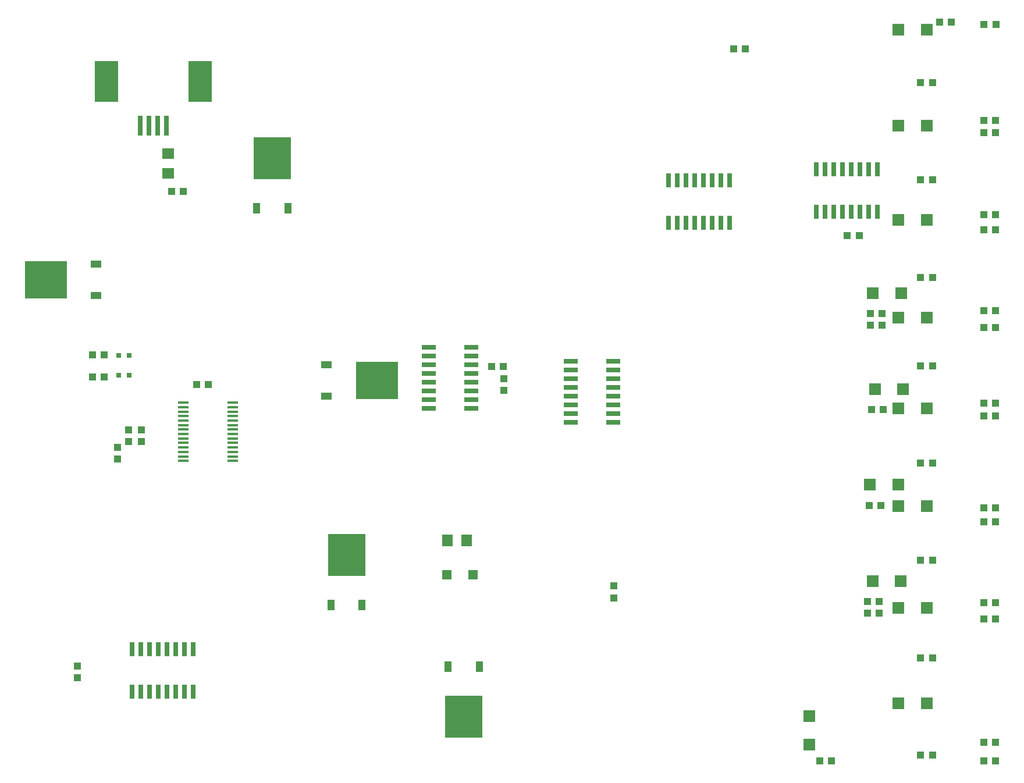
<source format=gbr>
G04 EAGLE Gerber X2 export*
%TF.Part,Single*%
%TF.FileFunction,Paste,Bot*%
%TF.FilePolarity,Positive*%
%TF.GenerationSoftware,Autodesk,EAGLE,9.1.3*%
%TF.CreationDate,2018-08-22T06:47:52Z*%
G75*
%MOMM*%
%FSLAX34Y34*%
%LPD*%
%AMOC8*
5,1,8,0,0,1.08239X$1,22.5*%
G01*
%ADD10R,1.000000X1.100000*%
%ADD11R,1.100000X1.000000*%
%ADD12R,2.032000X0.660400*%
%ADD13R,0.660400X2.032000*%
%ADD14R,5.400000X6.200000*%
%ADD15R,1.000000X1.600000*%
%ADD16R,3.400000X6.040000*%
%ADD17R,0.700000X3.000000*%
%ADD18R,1.500000X0.400000*%
%ADD19R,0.800000X0.800000*%
%ADD20R,1.803000X1.600000*%
%ADD21R,1.800000X1.700000*%
%ADD22R,1.700000X1.800000*%
%ADD23R,1.600000X1.803000*%
%ADD24R,1.400000X1.400000*%
%ADD25R,6.200000X5.400000*%
%ADD26R,1.600000X1.000000*%


D10*
X501300Y499400D03*
X501300Y482400D03*
X408700Y138700D03*
X408700Y155700D03*
X1028700Y556800D03*
X1028700Y573800D03*
X1188700Y254900D03*
X1188700Y271900D03*
D11*
X545700Y845900D03*
X562700Y845900D03*
D12*
X981534Y619750D03*
X920066Y619750D03*
X981534Y607050D03*
X981534Y594350D03*
X920066Y607050D03*
X920066Y594350D03*
X981534Y581650D03*
X920066Y581650D03*
X981534Y568950D03*
X920066Y568950D03*
X981534Y556250D03*
X981534Y543550D03*
X920066Y556250D03*
X920066Y543550D03*
X981534Y530850D03*
X920066Y530850D03*
D13*
X487850Y179934D03*
X487850Y118466D03*
X500550Y179934D03*
X513250Y179934D03*
X500550Y118466D03*
X513250Y118466D03*
X525950Y179934D03*
X525950Y118466D03*
X538650Y179934D03*
X538650Y118466D03*
X551350Y179934D03*
X564050Y179934D03*
X551350Y118466D03*
X564050Y118466D03*
X576750Y179934D03*
X576750Y118466D03*
D14*
X971000Y81500D03*
D15*
X948200Y154500D03*
X993800Y154500D03*
D11*
X1011100Y591300D03*
X1028100Y591300D03*
D16*
X450900Y1006000D03*
X586900Y1006000D03*
D17*
X500150Y941800D03*
X512650Y941800D03*
X525150Y941800D03*
X537650Y941800D03*
D18*
X634850Y538650D03*
X634850Y532150D03*
X634850Y525650D03*
X634850Y519150D03*
X634850Y512650D03*
X634850Y506150D03*
X634850Y499650D03*
X634850Y493150D03*
X634850Y486650D03*
X634850Y480150D03*
X634850Y473650D03*
X634850Y467150D03*
X634850Y460650D03*
X634850Y454150D03*
X562350Y454150D03*
X562350Y460650D03*
X562350Y467150D03*
X562350Y473650D03*
X562350Y480150D03*
X562350Y486650D03*
X562350Y493150D03*
X562350Y499650D03*
X562350Y506150D03*
X562350Y512650D03*
X562350Y519150D03*
X562350Y525650D03*
X562350Y532150D03*
X562350Y538650D03*
D19*
X483500Y607900D03*
X468500Y607900D03*
X483500Y578700D03*
X468500Y578700D03*
D10*
X467300Y474200D03*
X467300Y457200D03*
X482900Y499400D03*
X482900Y482400D03*
D11*
X430200Y608300D03*
X447200Y608300D03*
X430200Y576400D03*
X447200Y576400D03*
D20*
X540900Y901020D03*
X540900Y872580D03*
D11*
X581800Y565600D03*
X598800Y565600D03*
X1744700Y248000D03*
X1727700Y248000D03*
X1744700Y17500D03*
X1727700Y17500D03*
D21*
X1644300Y240200D03*
X1603300Y240200D03*
X1644300Y101300D03*
X1603300Y101300D03*
D11*
X1744700Y537900D03*
X1727700Y537900D03*
X1744700Y385500D03*
X1727700Y385500D03*
D21*
X1644300Y530900D03*
X1603300Y530900D03*
X1644300Y388200D03*
X1603300Y388200D03*
D11*
X1744700Y812100D03*
X1727700Y812100D03*
X1744700Y672400D03*
X1727700Y672400D03*
D21*
X1644300Y805100D03*
X1603300Y805100D03*
X1644300Y662400D03*
X1603300Y662400D03*
D11*
X1663438Y1093022D03*
X1680438Y1093022D03*
X1744700Y949900D03*
X1727700Y949900D03*
D21*
X1644300Y1081500D03*
X1603300Y1081500D03*
X1644300Y941800D03*
X1603300Y941800D03*
D11*
X1727700Y44100D03*
X1744700Y44100D03*
X1727700Y223800D03*
X1744700Y223800D03*
X1727700Y365400D03*
X1744700Y365400D03*
X1727700Y519700D03*
X1744700Y519700D03*
X1727700Y648600D03*
X1744700Y648600D03*
X1727700Y790200D03*
X1744700Y790200D03*
X1727700Y931800D03*
X1744700Y931800D03*
X1727954Y1089656D03*
X1744954Y1089656D03*
D13*
X1572550Y817066D03*
X1572550Y878534D03*
X1559850Y817066D03*
X1547150Y817066D03*
X1559850Y878534D03*
X1547150Y878534D03*
X1534450Y817066D03*
X1534450Y878534D03*
X1521750Y817066D03*
X1521750Y878534D03*
X1509050Y817066D03*
X1496350Y817066D03*
X1509050Y878534D03*
X1496350Y878534D03*
X1483650Y817066D03*
X1483650Y878534D03*
D12*
X1126666Y510250D03*
X1188134Y510250D03*
X1126666Y522950D03*
X1126666Y535650D03*
X1188134Y522950D03*
X1188134Y535650D03*
X1126666Y548350D03*
X1188134Y548350D03*
X1126666Y561050D03*
X1188134Y561050D03*
X1126666Y573750D03*
X1126666Y586450D03*
X1188134Y573750D03*
X1188134Y586450D03*
X1126666Y599150D03*
X1188134Y599150D03*
D11*
X1635700Y26100D03*
X1652700Y26100D03*
X1635700Y167700D03*
X1652700Y167700D03*
X1635700Y309300D03*
X1652700Y309300D03*
X1635700Y450900D03*
X1652700Y450900D03*
X1635700Y592500D03*
X1652700Y592500D03*
X1635700Y721400D03*
X1652700Y721400D03*
X1635700Y863000D03*
X1652700Y863000D03*
X1635700Y1004600D03*
X1652700Y1004600D03*
X1489000Y17400D03*
X1506000Y17400D03*
D22*
X1473300Y82400D03*
X1473300Y41400D03*
D11*
X1575500Y249300D03*
X1558500Y249300D03*
X1577400Y389000D03*
X1560400Y389000D03*
D21*
X1606700Y279300D03*
X1565700Y279300D03*
X1561800Y419200D03*
X1602800Y419200D03*
D11*
X1579300Y668400D03*
X1562300Y668400D03*
X1581200Y528700D03*
X1564200Y528700D03*
D21*
X1607000Y698400D03*
X1566000Y698400D03*
X1568900Y558100D03*
X1609900Y558100D03*
D11*
X1558500Y232500D03*
X1575500Y232500D03*
X1562300Y651600D03*
X1579300Y651600D03*
D13*
X1357750Y800666D03*
X1357750Y862134D03*
X1345050Y800666D03*
X1332350Y800666D03*
X1345050Y862134D03*
X1332350Y862134D03*
X1319650Y800666D03*
X1319650Y862134D03*
X1306950Y800666D03*
X1306950Y862134D03*
X1294250Y800666D03*
X1281550Y800666D03*
X1294250Y862134D03*
X1281550Y862134D03*
X1268850Y800666D03*
X1268850Y862134D03*
D11*
X1546000Y781600D03*
X1529000Y781600D03*
X1380100Y1054100D03*
X1363100Y1054100D03*
D23*
X975102Y338582D03*
X946662Y338582D03*
D24*
X984454Y288290D03*
X946454Y288290D03*
D14*
X692150Y894950D03*
D15*
X714950Y821950D03*
X669350Y821950D03*
D25*
X362350Y717550D03*
D26*
X435350Y740350D03*
X435350Y694750D03*
D25*
X844150Y571500D03*
D26*
X771150Y548700D03*
X771150Y594300D03*
D14*
X800100Y317100D03*
D15*
X822900Y244100D03*
X777300Y244100D03*
M02*

</source>
